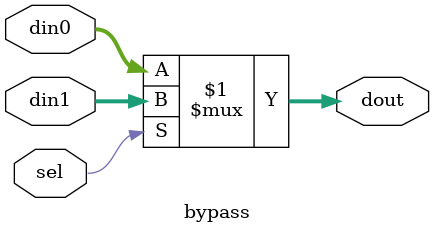
<source format=v>
`timescale 1ns / 1ps


module bypass #(
    parameter   DW_WIDTH    =   16
)(
    output [DW_WIDTH-1:0] dout,
    input [DW_WIDTH-1:0] din0,
    input [DW_WIDTH-1:0] din1,
    input sel
    );

    assign dout = sel ? din1 : din0;

endmodule

</source>
